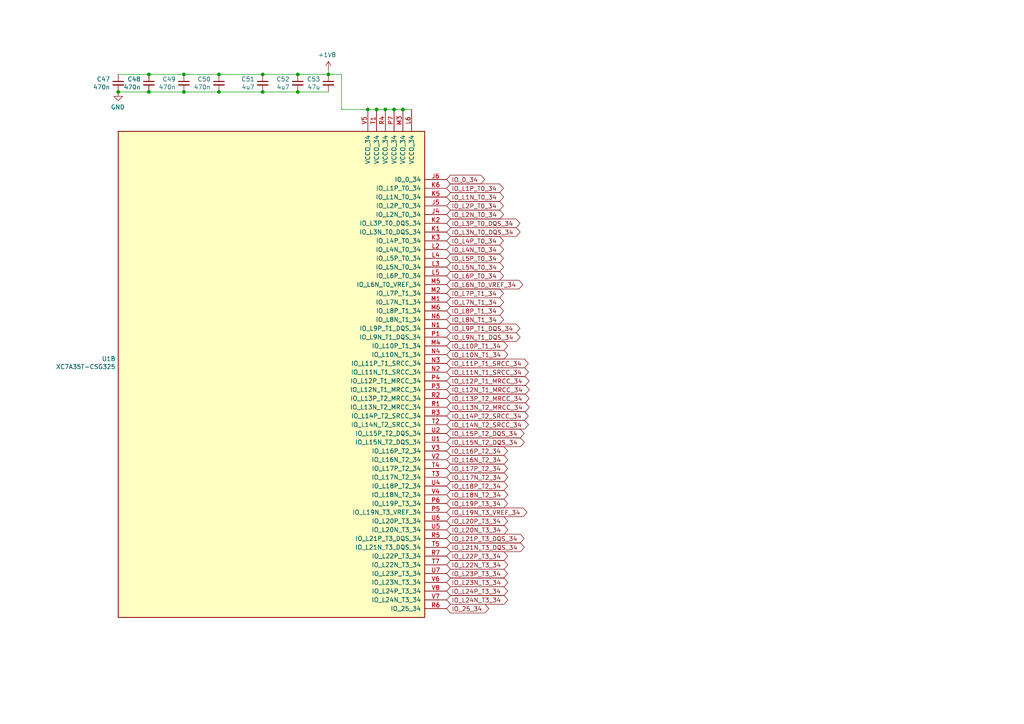
<source format=kicad_sch>
(kicad_sch (version 20211123) (generator eeschema)
  (paper "A4")
  (lib_symbols
    (symbol "Device:C_Small" (pin_numbers hide) (pin_names (offset 0.254) hide)
      (property "Reference" "C" (at 0.254 1.778 0))
      (property "Value" "C_Small" (at 0.254 -2.032 0))
      (symbol "C_Small_0_1"
        (polyline (pts (xy -1.524 -0.508) (xy 1.524 -0.508)) (stroke (width 0.3302)))
        (polyline (pts (xy -1.524 0.508) (xy 1.524 0.508)) (stroke (width 0.3048)))
      )
      (symbol "C_Small_1_1"
        (pin passive line (at 0 2.54 270) (length 2.032) (name "~") (number "1"))
        (pin passive line (at 0 -2.54 90) (length 2.032) (name "~") (number "2"))
      )
    )
    (symbol "fmc:XC7A35T-CSG325" (pin_names (offset 1.016))
      (property "Reference" "U" (at 0 1.27 0))
      (property "Value" "fmc_XC7A35T-CSG325" (at 0 -1.27 0))
      (symbol "XC7A35T-CSG325_1_1"
        (rectangle (start -44.45 67.31) (end 44.45 -73.66) (stroke (width 0.254)) (fill (type background)))
        (pin bidirectional line (at 50.8 27.94 180) (length 6.35) (name "IO_L5N_T0_AD9N_15") (number "A10"))
        (pin bidirectional line (at 50.8 17.78 180) (length 6.35) (name "IO_L7N_T1_AD2N_15") (number "A12"))
        (pin bidirectional line (at 50.8 15.24 180) (length 6.35) (name "IO_L8P_T1_AD10P_15") (number "A13"))
        (pin bidirectional line (at 50.8 12.7 180) (length 6.35) (name "IO_L8N_T1_AD10N_15") (number "A14"))
        (pin bidirectional line (at 50.8 2.54 180) (length 6.35) (name "IO_L10N_T1_AD11N_15") (number "A15"))
        (pin power_in line (at 25.4 73.66 270) (length 6.35) (name "VCCO_15") (number "A16"))
        (pin bidirectional line (at 50.8 -22.86 180) (length 6.35) (name "IO_L15N_T2_DQS_ADV_B_15") (number "A17"))
        (pin bidirectional line (at 50.8 38.1 180) (length 6.35) (name "IO_L3N_T0_DQS_AD1N_15") (number "A9"))
        (pin bidirectional line (at 50.8 30.48 180) (length 6.35) (name "IO_L5P_T0_AD9P_15") (number "B10"))
        (pin bidirectional line (at 50.8 33.02 180) (length 6.35) (name "IO_L4N_T0_15") (number "B11"))
        (pin bidirectional line (at 50.8 20.32 180) (length 6.35) (name "IO_L7P_T1_AD2P_15") (number "B12"))
        (pin power_in line (at 27.94 73.66 270) (length 6.35) (name "VCCO_15") (number "B13"))
        (pin bidirectional line (at 50.8 5.08 180) (length 6.35) (name "IO_L10P_T1_AD11P_15") (number "B14"))
        (pin bidirectional line (at 50.8 7.62 180) (length 6.35) (name "IO_L9N_T1_DQS_AD3N_15") (number "B15"))
        (pin bidirectional line (at 50.8 -20.32 180) (length 6.35) (name "IO_L15P_T2_DQS_15") (number "B16"))
        (pin bidirectional line (at 50.8 -27.94 180) (length 6.35) (name "IO_L16N_T2_A27_15") (number "B17"))
        (pin bidirectional line (at 50.8 40.64 180) (length 6.35) (name "IO_L3P_T0_DQS_AD1P_15") (number "B9"))
        (pin power_in line (at 30.48 73.66 270) (length 6.35) (name "VCCO_15") (number "C10"))
        (pin bidirectional line (at 50.8 35.56 180) (length 6.35) (name "IO_L4P_T0_15") (number "C11"))
        (pin bidirectional line (at 50.8 22.86 180) (length 6.35) (name "IO_L6N_T0_VREF_15") (number "C12"))
        (pin bidirectional line (at 50.8 -2.54 180) (length 6.35) (name "IO_L11N_T1_SRCC_15") (number "C13"))
        (pin bidirectional line (at 50.8 10.16 180) (length 6.35) (name "IO_L9P_T1_DQS_AD3P_15") (number "C14"))
        (pin bidirectional line (at 50.8 -25.4 180) (length 6.35) (name "IO_L16P_T2_A28_15") (number "C16"))
        (pin bidirectional line (at 50.8 -35.56 180) (length 6.35) (name "IO_L18P_T2_A24_15") (number "C17"))
        (pin bidirectional line (at 50.8 -38.1 180) (length 6.35) (name "IO_L18N_T2_A23_15") (number "C18"))
        (pin bidirectional line (at 50.8 48.26 180) (length 6.35) (name "IO_L1N_T0_AD0N_15") (number "C8"))
        (pin bidirectional line (at 50.8 43.18 180) (length 6.35) (name "IO_L2N_T0_AD8N_15") (number "C9"))
        (pin bidirectional line (at 50.8 53.34 180) (length 6.35) (name "IO_0_15") (number "D10"))
        (pin bidirectional line (at 50.8 25.4 180) (length 6.35) (name "IO_L6P_T0_15") (number "D11"))
        (pin bidirectional line (at 50.8 0 180) (length 6.35) (name "IO_L11P_T1_SRCC_15") (number "D13"))
        (pin bidirectional line (at 50.8 -7.62 180) (length 6.35) (name "IO_L12N_T1_MRCC_15") (number "D14"))
        (pin bidirectional line (at 50.8 -12.7 180) (length 6.35) (name "IO_L13N_T2_MRCC_15") (number "D15"))
        (pin bidirectional line (at 50.8 -17.78 180) (length 6.35) (name "IO_L14N_T2_SRCC_15") (number "D16"))
        (pin power_in line (at 33.02 73.66 270) (length 6.35) (name "VCCO_15") (number "D17"))
        (pin bidirectional line (at 50.8 -33.02 180) (length 6.35) (name "IO_L17N_T2_A25_15") (number "D18"))
        (pin bidirectional line (at 50.8 50.8 180) (length 6.35) (name "IO_L1P_T0_AD0P_15") (number "D8"))
        (pin bidirectional line (at 50.8 45.72 180) (length 6.35) (name "IO_L2P_T0_AD8P_15") (number "D9"))
        (pin bidirectional line (at 50.8 -5.08 180) (length 6.35) (name "IO_L12P_T1_MRCC_15") (number "E13"))
        (pin power_in line (at 35.56 73.66 270) (length 6.35) (name "VCCO_15") (number "E14"))
        (pin bidirectional line (at 50.8 -10.16 180) (length 6.35) (name "IO_L13P_T2_MRCC_15") (number "E15"))
        (pin bidirectional line (at 50.8 -15.24 180) (length 6.35) (name "IO_L14P_T2_SRCC_15") (number "E16"))
        (pin bidirectional line (at 50.8 -30.48 180) (length 6.35) (name "IO_L17P_T2_A26_15") (number "E17"))
        (pin bidirectional line (at 50.8 -68.58 180) (length 6.35) (name "IO_L24N_T3_RS0_15") (number "E18"))
        (pin bidirectional line (at 50.8 -58.42 180) (length 6.35) (name "IO_L22N_T3_A16_15") (number "F14"))
        (pin bidirectional line (at 50.8 -53.34 180) (length 6.35) (name "IO_L21N_T3_DQS_A18_15") (number "F15"))
        (pin bidirectional line (at 50.8 -66.04 180) (length 6.35) (name "IO_L24P_T3_RS1_15") (number "F17"))
        (pin bidirectional line (at 50.8 -43.18 180) (length 6.35) (name "IO_L19N_T3_A21_VREF_15") (number "F18"))
        (pin bidirectional line (at 50.8 -55.88 180) (length 6.35) (name "IO_L22P_T3_A17_15") (number "G14"))
        (pin bidirectional line (at 50.8 -50.8 180) (length 6.35) (name "IO_L21P_T3_DQS_15") (number "G15"))
        (pin bidirectional line (at 50.8 -48.26 180) (length 6.35) (name "IO_L20N_T3_A19_15") (number "G16"))
        (pin bidirectional line (at 50.8 -40.64 180) (length 6.35) (name "IO_L19P_T3_A22_15") (number "G17"))
        (pin power_in line (at 38.1 73.66 270) (length 6.35) (name "VCCO_15") (number "G18"))
        (pin bidirectional line (at 50.8 -71.12 180) (length 6.35) (name "IO_25_15") (number "H14"))
        (pin power_in line (at 40.64 73.66 270) (length 6.35) (name "VCCO_15") (number "H15"))
        (pin bidirectional line (at 50.8 -45.72 180) (length 6.35) (name "IO_L20P_T3_A20_15") (number "H16"))
        (pin bidirectional line (at 50.8 -60.96 180) (length 6.35) (name "IO_L23P_T3_FOE_B_15") (number "H17"))
        (pin bidirectional line (at 50.8 -63.5 180) (length 6.35) (name "IO_L23N_T3_FWE_B_15") (number "H18"))
        (pin bidirectional line (at -50.8 30.48 0) (length 6.35) (name "IO_L5P_T0_D06_14") (number "J14"))
        (pin bidirectional line (at -50.8 45.72 0) (length 6.35) (name "IO_L2P_T0_D02_14") (number "J15"))
        (pin bidirectional line (at -50.8 43.18 0) (length 6.35) (name "IO_L2N_T0_D03_14") (number "J16"))
        (pin bidirectional line (at -50.8 40.64 0) (length 6.35) (name "IO_L3P_T0_DQS_PUDC_B_14") (number "J18"))
        (pin bidirectional line (at -50.8 27.94 0) (length 6.35) (name "IO_L5N_T0_D07_14") (number "K15"))
        (pin bidirectional line (at -50.8 50.8 0) (length 6.35) (name "IO_L1P_T0_D00_MOSI_14") (number "K16"))
        (pin bidirectional line (at -50.8 35.56 0) (length 6.35) (name "IO_L4P_T0_D04_14") (number "K17"))
        (pin bidirectional line (at -50.8 38.1 0) (length 6.35) (name "IO_L3N_T0_DQS_EMCCLK_14") (number "K18"))
        (pin bidirectional line (at -50.8 53.34 0) (length 6.35) (name "IO_0_14") (number "L14"))
        (pin bidirectional line (at -50.8 25.4 0) (length 6.35) (name "IO_L6P_T0_FCS_B_14") (number "L15"))
        (pin power_in line (at -40.64 73.66 270) (length 6.35) (name "VCCO_14") (number "L16"))
        (pin bidirectional line (at -50.8 48.26 0) (length 6.35) (name "IO_L1N_T0_D01_DIN_14") (number "L17"))
        (pin bidirectional line (at -50.8 33.02 0) (length 6.35) (name "IO_L4N_T0_D05_14") (number "L18"))
        (pin bidirectional line (at -50.8 15.24 0) (length 6.35) (name "IO_L8P_T1_D11_14") (number "M14"))
        (pin bidirectional line (at -50.8 22.86 0) (length 6.35) (name "IO_L6N_T0_D08_VREF_14") (number "M15"))
        (pin bidirectional line (at -50.8 20.32 0) (length 6.35) (name "IO_L7P_T1_D09_14") (number "M16"))
        (pin bidirectional line (at -50.8 17.78 0) (length 6.35) (name "IO_L7N_T1_D10_14") (number "M17"))
        (pin bidirectional line (at -50.8 12.7 0) (length 6.35) (name "IO_L8N_T1_D12_14") (number "N14"))
        (pin bidirectional line (at -50.8 10.16 0) (length 6.35) (name "IO_L9P_T1_DQS_14") (number "N16"))
        (pin bidirectional line (at -50.8 7.62 0) (length 6.35) (name "IO_L9N_T1_DQS_D13_14") (number "N17"))
        (pin bidirectional line (at -50.8 5.08 0) (length 6.35) (name "IO_L10P_T1_D14_14") (number "N18"))
        (pin bidirectional line (at -50.8 -5.08 0) (length 6.35) (name "IO_L12P_T1_MRCC_14") (number "P14"))
        (pin bidirectional line (at -50.8 0 0) (length 6.35) (name "IO_L11P_T1_SRCC_14") (number "P15"))
        (pin bidirectional line (at -50.8 -2.54 0) (length 6.35) (name "IO_L11N_T1_SRCC_14") (number "P16"))
        (pin power_in line (at -38.1 73.66 270) (length 6.35) (name "VCCO_14") (number "P17"))
        (pin bidirectional line (at -50.8 2.54 0) (length 6.35) (name "IO_L10N_T1_D15_14") (number "P18"))
        (pin bidirectional line (at -50.8 -40.64 0) (length 6.35) (name "IO_L19P_T3_A10_D26_14") (number "R13"))
        (pin power_in line (at -35.56 73.66 270) (length 6.35) (name "VCCO_14") (number "R14"))
        (pin bidirectional line (at -50.8 -7.62 0) (length 6.35) (name "IO_L12N_T1_MRCC_14") (number "R15"))
        (pin bidirectional line (at -50.8 -15.24 0) (length 6.35) (name "IO_L14P_T2_SRCC_14") (number "R16"))
        (pin bidirectional line (at -50.8 -17.78 0) (length 6.35) (name "IO_L14N_T2_SRCC_14") (number "R17"))
        (pin bidirectional line (at -50.8 -20.32 0) (length 6.35) (name "IO_L15P_T2_DQS_RDWR_B_14") (number "R18"))
        (pin power_in line (at -33.02 73.66 270) (length 6.35) (name "VCCO_14") (number "T11"))
        (pin bidirectional line (at -50.8 -55.88 0) (length 6.35) (name "IO_L22P_T3_A05_D21_14") (number "T12"))
        (pin bidirectional line (at -50.8 -43.18 0) (length 6.35) (name "IO_L19N_T3_A09_D25_VREF_14") (number "T13"))
        (pin bidirectional line (at -50.8 -10.16 0) (length 6.35) (name "IO_L13P_T2_MRCC_14") (number "T14"))
        (pin bidirectional line (at -50.8 -12.7 0) (length 6.35) (name "IO_L13N_T2_MRCC_14") (number "T15"))
        (pin bidirectional line (at -50.8 -25.4 0) (length 6.35) (name "IO_L16P_T2_CSI_B_14") (number "T17"))
        (pin bidirectional line (at -50.8 -22.86 0) (length 6.35) (name "IO_L15N_T2_DQS_DOUT_CSO_B_14") (number "T18"))
        (pin bidirectional line (at -50.8 -71.12 0) (length 6.35) (name "IO_25_14") (number "U10"))
        (pin bidirectional line (at -50.8 -60.96 0) (length 6.35) (name "IO_L23P_T3_A03_D19_14") (number "U11"))
        (pin bidirectional line (at -50.8 -58.42 0) (length 6.35) (name "IO_L22N_T3_A04_D20_14") (number "U12"))
        (pin bidirectional line (at -50.8 -45.72 0) (length 6.35) (name "IO_L20P_T3_A08_D24_14") (number "U14"))
        (pin bidirectional line (at -50.8 -30.48 0) (length 6.35) (name "IO_L17P_T2_A14_D30_14") (number "U15"))
        (pin bidirectional line (at -50.8 -33.02 0) (length 6.35) (name "IO_L17N_T2_A13_D29_14") (number "U16"))
        (pin bidirectional line (at -50.8 -27.94 0) (length 6.35) (name "IO_L16N_T2_A15_D31_14") (number "U17"))
        (pin power_in line (at -27.94 73.66 270) (length 6.35) (name "VCCO_14") (number "U18"))
        (pin power_in line (at -30.48 73.66 270) (length 6.35) (name "VCCO_14") (number "U8"))
        (pin bidirectional line (at -50.8 -66.04 0) (length 6.35) (name "IO_L24P_T3_A01_D17_14") (number "U9"))
        (pin bidirectional line (at -50.8 -63.5 0) (length 6.35) (name "IO_L23N_T3_A02_D18_14") (number "V11"))
        (pin bidirectional line (at -50.8 -50.8 0) (length 6.35) (name "IO_L21P_T3_DQS_14") (number "V12"))
        (pin bidirectional line (at -50.8 -53.34 0) (length 6.35) (name "IO_L21N_T3_DQS_A06_D22_14") (number "V13"))
        (pin bidirectional line (at -50.8 -48.26 0) (length 6.35) (name "IO_L20N_T3_A07_D23_14") (number "V14"))
        (pin power_in line (at -25.4 73.66 270) (length 6.35) (name "VCCO_14") (number "V15"))
        (pin bidirectional line (at -50.8 -35.56 0) (length 6.35) (name "IO_L18P_T2_A12_D28_14") (number "V16"))
        (pin bidirectional line (at -50.8 -38.1 0) (length 6.35) (name "IO_L18N_T2_A11_D27_14") (number "V17"))
        (pin bidirectional line (at -50.8 -68.58 0) (length 6.35) (name "IO_L24N_T3_A00_D16_14") (number "V9"))
      )
      (symbol "XC7A35T-CSG325_2_1"
        (rectangle (start -44.45 67.31) (end 44.45 -73.66) (stroke (width 0.254)) (fill (type background)))
        (pin bidirectional line (at -50.8 43.18 0) (length 6.35) (name "IO_L2N_T0_34") (number "J4"))
        (pin bidirectional line (at -50.8 45.72 0) (length 6.35) (name "IO_L2P_T0_34") (number "J5"))
        (pin bidirectional line (at -50.8 53.34 0) (length 6.35) (name "IO_0_34") (number "J6"))
        (pin bidirectional line (at -50.8 38.1 0) (length 6.35) (name "IO_L3N_T0_DQS_34") (number "K1"))
        (pin bidirectional line (at -50.8 40.64 0) (length 6.35) (name "IO_L3P_T0_DQS_34") (number "K2"))
        (pin bidirectional line (at -50.8 35.56 0) (length 6.35) (name "IO_L4P_T0_34") (number "K3"))
        (pin bidirectional line (at -50.8 48.26 0) (length 6.35) (name "IO_L1N_T0_34") (number "K5"))
        (pin bidirectional line (at -50.8 50.8 0) (length 6.35) (name "IO_L1P_T0_34") (number "K6"))
        (pin bidirectional line (at -50.8 33.02 0) (length 6.35) (name "IO_L4N_T0_34") (number "L2"))
        (pin bidirectional line (at -50.8 27.94 0) (length 6.35) (name "IO_L5N_T0_34") (number "L3"))
        (pin bidirectional line (at -50.8 30.48 0) (length 6.35) (name "IO_L5P_T0_34") (number "L4"))
        (pin bidirectional line (at -50.8 25.4 0) (length 6.35) (name "IO_L6P_T0_34") (number "L5"))
        (pin power_in line (at -40.64 73.66 270) (length 6.35) (name "VCCO_34") (number "L6"))
        (pin bidirectional line (at -50.8 17.78 0) (length 6.35) (name "IO_L7N_T1_34") (number "M1"))
        (pin bidirectional line (at -50.8 20.32 0) (length 6.35) (name "IO_L7P_T1_34") (number "M2"))
        (pin power_in line (at -38.1 73.66 270) (length 6.35) (name "VCCO_34") (number "M3"))
        (pin bidirectional line (at -50.8 5.08 0) (length 6.35) (name "IO_L10P_T1_34") (number "M4"))
        (pin bidirectional line (at -50.8 22.86 0) (length 6.35) (name "IO_L6N_T0_VREF_34") (number "M5"))
        (pin bidirectional line (at -50.8 15.24 0) (length 6.35) (name "IO_L8P_T1_34") (number "M6"))
        (pin bidirectional line (at -50.8 10.16 0) (length 6.35) (name "IO_L9P_T1_DQS_34") (number "N1"))
        (pin bidirectional line (at -50.8 -2.54 0) (length 6.35) (name "IO_L11N_T1_SRCC_34") (number "N2"))
        (pin bidirectional line (at -50.8 0 0) (length 6.35) (name "IO_L11P_T1_SRCC_34") (number "N3"))
        (pin bidirectional line (at -50.8 2.54 0) (length 6.35) (name "IO_L10N_T1_34") (number "N4"))
        (pin bidirectional line (at -50.8 12.7 0) (length 6.35) (name "IO_L8N_T1_34") (number "N6"))
        (pin bidirectional line (at -50.8 7.62 0) (length 6.35) (name "IO_L9N_T1_DQS_34") (number "P1"))
        (pin bidirectional line (at -50.8 -7.62 0) (length 6.35) (name "IO_L12N_T1_MRCC_34") (number "P3"))
        (pin bidirectional line (at -50.8 -5.08 0) (length 6.35) (name "IO_L12P_T1_MRCC_34") (number "P4"))
        (pin bidirectional line (at -50.8 -43.18 0) (length 6.35) (name "IO_L19N_T3_VREF_34") (number "P5"))
        (pin bidirectional line (at -50.8 -40.64 0) (length 6.35) (name "IO_L19P_T3_34") (number "P6"))
        (pin power_in line (at -35.56 73.66 270) (length 6.35) (name "VCCO_34") (number "P7"))
        (pin bidirectional line (at -50.8 -12.7 0) (length 6.35) (name "IO_L13N_T2_MRCC_34") (number "R1"))
        (pin bidirectional line (at -50.8 -10.16 0) (length 6.35) (name "IO_L13P_T2_MRCC_34") (number "R2"))
        (pin bidirectional line (at -50.8 -15.24 0) (length 6.35) (name "IO_L14P_T2_SRCC_34") (number "R3"))
        (pin power_in line (at -33.02 73.66 270) (length 6.35) (name "VCCO_34") (number "R4"))
        (pin bidirectional line (at -50.8 -50.8 0) (length 6.35) (name "IO_L21P_T3_DQS_34") (number "R5"))
        (pin bidirectional line (at -50.8 -71.12 0) (length 6.35) (name "IO_25_34") (number "R6"))
        (pin bidirectional line (at -50.8 -55.88 0) (length 6.35) (name "IO_L22P_T3_34") (number "R7"))
        (pin power_in line (at -30.48 73.66 270) (length 6.35) (name "VCCO_34") (number "T1"))
        (pin bidirectional line (at -50.8 -17.78 0) (length 6.35) (name "IO_L14N_T2_SRCC_34") (number "T2"))
        (pin bidirectional line (at -50.8 -33.02 0) (length 6.35) (name "IO_L17N_T2_34") (number "T3"))
        (pin bidirectional line (at -50.8 -30.48 0) (length 6.35) (name "IO_L17P_T2_34") (number "T4"))
        (pin bidirectional line (at -50.8 -53.34 0) (length 6.35) (name "IO_L21N_T3_DQS_34") (number "T5"))
        (pin bidirectional line (at -50.8 -58.42 0) (length 6.35) (name "IO_L22N_T3_34") (number "T7"))
        (pin bidirectional line (at -50.8 -22.86 0) (length 6.35) (name "IO_L15N_T2_DQS_34") (number "U1"))
        (pin bidirectional line (at -50.8 -20.32 0) (length 6.35) (name "IO_L15P_T2_DQS_34") (number "U2"))
        (pin bidirectional line (at -50.8 -35.56 0) (length 6.35) (name "IO_L18P_T2_34") (number "U4"))
        (pin bidirectional line (at -50.8 -48.26 0) (length 6.35) (name "IO_L20N_T3_34") (number "U5"))
        (pin bidirectional line (at -50.8 -45.72 0) (length 6.35) (name "IO_L20P_T3_34") (number "U6"))
        (pin bidirectional line (at -50.8 -60.96 0) (length 6.35) (name "IO_L23P_T3_34") (number "U7"))
        (pin bidirectional line (at -50.8 -27.94 0) (length 6.35) (name "IO_L16N_T2_34") (number "V2"))
        (pin bidirectional line (at -50.8 -25.4 0) (length 6.35) (name "IO_L16P_T2_34") (number "V3"))
        (pin bidirectional line (at -50.8 -38.1 0) (length 6.35) (name "IO_L18N_T2_34") (number "V4"))
        (pin power_in line (at -27.94 73.66 270) (length 6.35) (name "VCCO_34") (number "V5"))
        (pin bidirectional line (at -50.8 -63.5 0) (length 6.35) (name "IO_L23N_T3_34") (number "V6"))
        (pin bidirectional line (at -50.8 -68.58 0) (length 6.35) (name "IO_L24N_T3_34") (number "V7"))
        (pin bidirectional line (at -50.8 -66.04 0) (length 6.35) (name "IO_L24P_T3_34") (number "V8"))
      )
      (symbol "XC7A35T-CSG325_3_1"
        (rectangle (start -31.75 30.48) (end 31.75 -30.48) (stroke (width 0.254)) (fill (type background)))
        (pin input line (at -38.1 -2.54 0) (length 6.35) (name "MGTPRXN1_216") (number "A3"))
        (pin input line (at -38.1 0 0) (length 6.35) (name "MGTPRXP1_216") (number "A4"))
        (pin output line (at -38.1 10.16 0) (length 6.35) (name "MGTPTXN3_216") (number "B1"))
        (pin output line (at -38.1 12.7 0) (length 6.35) (name "MGTPTXP3_216") (number "B2"))
        (pin input line (at -38.1 -25.4 0) (length 6.35) (name "MGTREFCLK1N_216") (number "B5"))
        (pin input line (at -38.1 -22.86 0) (length 6.35) (name "MGTREFCLK1P_216") (number "B6"))
        (pin input line (at -38.1 -7.62 0) (length 6.35) (name "MGTPRXN2_216") (number "C3"))
        (pin input line (at -38.1 -5.08 0) (length 6.35) (name "MGTPRXP2_216") (number "C4"))
        (pin output line (at -38.1 15.24 0) (length 6.35) (name "MGTPTXN2_216") (number "D1"))
        (pin output line (at -38.1 17.78 0) (length 6.35) (name "MGTPTXP2_216") (number "D2"))
        (pin input line (at -38.1 -20.32 0) (length 6.35) (name "MGTREFCLK0N_216") (number "D5"))
        (pin input line (at -38.1 -17.78 0) (length 6.35) (name "MGTREFCLK0P_216") (number "D6"))
        (pin input line (at -38.1 2.54 0) (length 6.35) (name "MGTPRXN0_216") (number "E3"))
        (pin input line (at -38.1 5.08 0) (length 6.35) (name "MGTPRXP0_216") (number "E4"))
        (pin output line (at -38.1 20.32 0) (length 6.35) (name "MGTPTXN1_216") (number "F1"))
        (pin output line (at -38.1 22.86 0) (length 6.35) (name "MGTPTXP1_216") (number "F2"))
        (pin input line (at -38.1 -12.7 0) (length 6.35) (name "MGTPRXN3_216") (number "G3"))
        (pin input line (at -38.1 -10.16 0) (length 6.35) (name "MGTPRXP3_216") (number "G4"))
        (pin output line (at -38.1 25.4 0) (length 6.35) (name "MGTPTXN0_216") (number "H1"))
        (pin output line (at -38.1 27.94 0) (length 6.35) (name "MGTPTXP0_216") (number "H2"))
      )
      (symbol "XC7A35T-CSG325_4_1"
        (rectangle (start -31.75 10.16) (end 31.75 -10.16) (stroke (width 0.254)) (fill (type background)))
        (pin power_in line (at 38.1 7.62 180) (length 6.35) (name "MGTAVTT") (number "A2"))
        (pin power_in line (at 38.1 -7.62 180) (length 6.35) (name "MGTRREF_216") (number "A6"))
        (pin power_in line (at -38.1 7.62 0) (length 6.35) (name "MGTAVCC") (number "B4"))
        (pin power_in line (at 38.1 5.08 180) (length 6.35) (name "MGTAVTT") (number "C1"))
        (pin power_in line (at -38.1 5.08 0) (length 6.35) (name "MGTAVCC") (number "C5"))
        (pin power_in line (at 38.1 2.54 180) (length 6.35) (name "MGTAVTT") (number "E1"))
        (pin power_in line (at -38.1 2.54 0) (length 6.35) (name "MGTAVCC") (number "E5"))
        (pin power_in line (at 38.1 0 180) (length 6.35) (name "MGTAVTT") (number "F3"))
        (pin power_in line (at -38.1 0 0) (length 6.35) (name "MGTAVCC") (number "F5"))
        (pin power_in line (at 38.1 -2.54 180) (length 6.35) (name "MGTAVTT") (number "G2"))
      )
      (symbol "XC7A35T-CSG325_5_1"
        (rectangle (start -31.75 34.29) (end 31.75 -40.64) (stroke (width 0.254)) (fill (type background)))
        (pin power_in line (at 25.4 40.64 270) (length 6.35) (name "VCCO_0") (number "E10"))
        (pin input line (at 38.1 -15.24 180) (length 6.35) (name "CFGBVS_0") (number "E12"))
        (pin output line (at 38.1 7.62 180) (length 6.35) (name "CCLK_0") (number "E8"))
        (pin bidirectional line (at 38.1 -5.08 180) (length 6.35) (name "DONE_0") (number "F12"))
        (pin input line (at 38.1 0 180) (length 6.35) (name "M2_0") (number "F13"))
        (pin bidirectional line (at 38.1 12.7 180) (length 6.35) (name "TCK_0") (number "F8"))
        (pin input line (at 38.1 -20.32 180) (length 6.35) (name "VP_0") (number "K10"))
        (pin input line (at 38.1 -30.48 180) (length 6.35) (name "VREFN_0") (number "K9"))
        (pin input line (at 38.1 -27.94 180) (length 6.35) (name "VREFP_0") (number "L10"))
        (pin input line (at 38.1 -22.86 180) (length 6.35) (name "VN_0") (number "L9"))
        (pin bidirectional line (at 38.1 -35.56 180) (length 6.35) (name "DXP_0") (number "M10"))
        (pin bidirectional line (at 38.1 -38.1 180) (length 6.35) (name "DXN_0") (number "M9"))
        (pin bidirectional line (at 38.1 -10.16 180) (length 6.35) (name "PROGRAM_B_0") (number "P10"))
        (pin power_in line (at 27.94 40.64 270) (length 6.35) (name "VCCO_0") (number "R10"))
        (pin input line (at 38.1 2.54 180) (length 6.35) (name "M1_0") (number "R11"))
        (pin input line (at 38.1 5.08 180) (length 6.35) (name "M0_0") (number "R12"))
        (pin bidirectional line (at 38.1 15.24 180) (length 6.35) (name "TMS_0") (number "R8"))
        (pin bidirectional line (at 38.1 -7.62 180) (length 6.35) (name "INIT_B_0") (number "T10"))
        (pin bidirectional line (at 38.1 17.78 180) (length 6.35) (name "TDO_0") (number "T8"))
        (pin bidirectional line (at 38.1 20.32 180) (length 6.35) (name "TDI_0") (number "T9"))
      )
      (symbol "XC7A35T-CSG325_6_1"
        (rectangle (start -19.05 73.66) (end 19.05 -73.66) (stroke (width 0.254)) (fill (type background)))
        (pin power_in line (at -25.4 22.86 0) (length 6.35) (name "GND") (number "A1"))
        (pin power_in line (at -25.4 12.7 0) (length 6.35) (name "GND") (number "A11"))
        (pin power_in line (at -25.4 10.16 0) (length 6.35) (name "GND") (number "A18"))
        (pin power_in line (at -25.4 20.32 0) (length 6.35) (name "GND") (number "A5"))
        (pin power_in line (at -25.4 17.78 0) (length 6.35) (name "GND") (number "A7"))
        (pin power_in line (at -25.4 15.24 0) (length 6.35) (name "GND") (number "A8"))
        (pin power_in line (at -25.4 0 0) (length 6.35) (name "GND") (number "B18"))
        (pin power_in line (at -25.4 7.62 0) (length 6.35) (name "GND") (number "B3"))
        (pin power_in line (at -25.4 5.08 0) (length 6.35) (name "GND") (number "B7"))
        (pin power_in line (at -25.4 2.54 0) (length 6.35) (name "GND") (number "B8"))
        (pin power_in line (at -25.4 -10.16 0) (length 6.35) (name "GND") (number "C15"))
        (pin power_in line (at -25.4 -2.54 0) (length 6.35) (name "GND") (number "C2"))
        (pin power_in line (at -25.4 -5.08 0) (length 6.35) (name "GND") (number "C6"))
        (pin power_in line (at -25.4 -7.62 0) (length 6.35) (name "GND") (number "C7"))
        (pin power_in line (at -25.4 -20.32 0) (length 6.35) (name "GND") (number "D12"))
        (pin power_in line (at -25.4 -12.7 0) (length 6.35) (name "GND") (number "D3"))
        (pin power_in line (at -25.4 -15.24 0) (length 6.35) (name "GND") (number "D4"))
        (pin power_in line (at -25.4 -17.78 0) (length 6.35) (name "GND") (number "D7"))
        (pin power_in line (at -25.4 50.8 0) (length 6.35) (name "VCCBATT_0") (number "E11"))
        (pin power_in line (at -25.4 -22.86 0) (length 6.35) (name "GND") (number "E2"))
        (pin power_in line (at -25.4 -25.4 0) (length 6.35) (name "GND") (number "E6"))
        (pin power_in line (at -25.4 -27.94 0) (length 6.35) (name "GND") (number "E7"))
        (pin power_in line (at -25.4 -30.48 0) (length 6.35) (name "GND") (number "E9"))
        (pin power_in line (at -25.4 -38.1 0) (length 6.35) (name "GND") (number "F10"))
        (pin power_in line (at -25.4 48.26 0) (length 6.35) (name "VCCBRAM") (number "F11"))
        (pin power_in line (at -25.4 -40.64 0) (length 6.35) (name "GND") (number "F16"))
        (pin power_in line (at -25.4 -33.02 0) (length 6.35) (name "GND") (number "F4"))
        (pin power_in line (at -25.4 -35.56 0) (length 6.35) (name "GND") (number "F6"))
        (pin power_in line (at 25.4 71.12 180) (length 6.35) (name "VCCINT") (number "F7"))
        (pin power_in line (at 25.4 68.58 180) (length 6.35) (name "VCCINT") (number "F9"))
        (pin power_in line (at -25.4 -43.18 0) (length 6.35) (name "GND") (number "G1"))
        (pin power_in line (at -25.4 45.72 0) (length 6.35) (name "VCCBRAM") (number "G10"))
        (pin power_in line (at -25.4 -55.88 0) (length 6.35) (name "GND") (number "G11"))
        (pin power_in line (at -25.4 71.12 0) (length 6.35) (name "VCCAUX") (number "G12"))
        (pin power_in line (at -25.4 -58.42 0) (length 6.35) (name "GND") (number "G13"))
        (pin power_in line (at -25.4 -45.72 0) (length 6.35) (name "GND") (number "G5"))
        (pin power_in line (at -25.4 -48.26 0) (length 6.35) (name "GND") (number "G6"))
        (pin power_in line (at -25.4 -50.8 0) (length 6.35) (name "GND") (number "G7"))
        (pin power_in line (at 25.4 66.04 180) (length 6.35) (name "VCCINT") (number "G8"))
        (pin power_in line (at -25.4 -53.34 0) (length 6.35) (name "GND") (number "G9"))
        (pin power_in line (at 25.4 20.32 180) (length 6.35) (name "GND") (number "H10"))
        (pin power_in line (at -25.4 43.18 0) (length 6.35) (name "VCCBRAM") (number "H11"))
        (pin power_in line (at 25.4 17.78 180) (length 6.35) (name "GND") (number "H12"))
        (pin power_in line (at -25.4 68.58 0) (length 6.35) (name "VCCAUX") (number "H13"))
        (pin power_in line (at -25.4 -60.96 0) (length 6.35) (name "GND") (number "H3"))
        (pin power_in line (at -25.4 -63.5 0) (length 6.35) (name "GND") (number "H4"))
        (pin power_in line (at -25.4 -66.04 0) (length 6.35) (name "GND") (number "H5"))
        (pin power_in line (at -25.4 -68.58 0) (length 6.35) (name "GND") (number "H6"))
        (pin power_in line (at 25.4 63.5 180) (length 6.35) (name "VCCINT") (number "H7"))
        (pin power_in line (at -25.4 -71.12 0) (length 6.35) (name "GND") (number "H8"))
        (pin power_in line (at 25.4 60.96 180) (length 6.35) (name "VCCINT") (number "H9"))
        (pin power_in line (at 25.4 15.24 180) (length 6.35) (name "GND") (number "J1"))
        (pin power_in line (at -25.4 53.34 0) (length 6.35) (name "VCCADC_0") (number "J10"))
        (pin power_in line (at 25.4 5.08 180) (length 6.35) (name "GND") (number "J11"))
        (pin power_in line (at 25.4 55.88 180) (length 6.35) (name "VCCINT") (number "J12"))
        (pin power_in line (at 25.4 2.54 180) (length 6.35) (name "GND") (number "J13"))
        (pin power_in line (at 25.4 0 180) (length 6.35) (name "GND") (number "J17"))
        (pin power_in line (at 25.4 12.7 180) (length 6.35) (name "GND") (number "J2"))
        (pin power_in line (at 25.4 10.16 180) (length 6.35) (name "GND") (number "J3"))
        (pin power_in line (at 25.4 7.62 180) (length 6.35) (name "GND") (number "J7"))
        (pin power_in line (at 25.4 58.42 180) (length 6.35) (name "VCCINT") (number "J8"))
        (pin power_in line (at -25.4 55.88 0) (length 6.35) (name "GNDADC_0") (number "J9"))
        (pin power_in line (at 25.4 50.8 180) (length 6.35) (name "VCCINT") (number "K11"))
        (pin power_in line (at 25.4 -7.62 180) (length 6.35) (name "GND") (number "K12"))
        (pin power_in line (at -25.4 66.04 0) (length 6.35) (name "VCCAUX") (number "K13"))
        (pin power_in line (at 25.4 -10.16 180) (length 6.35) (name "GND") (number "K14"))
        (pin power_in line (at 25.4 -2.54 180) (length 6.35) (name "GND") (number "K4"))
        (pin power_in line (at 25.4 53.34 180) (length 6.35) (name "VCCINT") (number "K7"))
        (pin power_in line (at 25.4 -5.08 180) (length 6.35) (name "GND") (number "K8"))
        (pin power_in line (at 25.4 -12.7 180) (length 6.35) (name "GND") (number "L1"))
        (pin power_in line (at 25.4 -17.78 180) (length 6.35) (name "GND") (number "L11"))
        (pin power_in line (at 25.4 45.72 180) (length 6.35) (name "VCCINT") (number "L12"))
        (pin power_in line (at 25.4 -20.32 180) (length 6.35) (name "GND") (number "L13"))
        (pin power_in line (at 25.4 -15.24 180) (length 6.35) (name "GND") (number "L7"))
        (pin power_in line (at 25.4 48.26 180) (length 6.35) (name "VCCINT") (number "L8"))
        (pin power_in line (at 25.4 40.64 180) (length 6.35) (name "VCCINT") (number "M11"))
        (pin power_in line (at 25.4 -25.4 180) (length 6.35) (name "GND") (number "M12"))
        (pin power_in line (at -25.4 63.5 0) (length 6.35) (name "VCCAUX") (number "M13"))
        (pin power_in line (at 25.4 -27.94 180) (length 6.35) (name "GND") (number "M18"))
        (pin power_in line (at 25.4 43.18 180) (length 6.35) (name "VCCINT") (number "M7"))
        (pin power_in line (at 25.4 -22.86 180) (length 6.35) (name "GND") (number "M8"))
        (pin power_in line (at 25.4 35.56 180) (length 6.35) (name "VCCINT") (number "N10"))
        (pin power_in line (at 25.4 -38.1 180) (length 6.35) (name "GND") (number "N11"))
        (pin power_in line (at 25.4 33.02 180) (length 6.35) (name "VCCINT") (number "N12"))
        (pin power_in line (at 25.4 -40.64 180) (length 6.35) (name "GND") (number "N13"))
        (pin power_in line (at 25.4 -43.18 180) (length 6.35) (name "GND") (number "N15"))
        (pin power_in line (at 25.4 -30.48 180) (length 6.35) (name "GND") (number "N5"))
        (pin power_in line (at 25.4 -33.02 180) (length 6.35) (name "GND") (number "N7"))
        (pin power_in line (at 25.4 38.1 180) (length 6.35) (name "VCCINT") (number "N8"))
        (pin power_in line (at 25.4 -35.56 180) (length 6.35) (name "GND") (number "N9"))
        (pin power_in line (at 25.4 27.94 180) (length 6.35) (name "VCCINT") (number "P11"))
        (pin power_in line (at 25.4 -50.8 180) (length 6.35) (name "GND") (number "P12"))
        (pin power_in line (at -25.4 60.96 0) (length 6.35) (name "VCCAUX") (number "P13"))
        (pin power_in line (at 25.4 -45.72 180) (length 6.35) (name "GND") (number "P2"))
        (pin power_in line (at 25.4 -48.26 180) (length 6.35) (name "GND") (number "P8"))
        (pin power_in line (at 25.4 30.48 180) (length 6.35) (name "VCCINT") (number "P9"))
        (pin power_in line (at 25.4 -53.34 180) (length 6.35) (name "GND") (number "R9"))
        (pin power_in line (at 25.4 -58.42 180) (length 6.35) (name "GND") (number "T16"))
        (pin power_in line (at 25.4 -55.88 180) (length 6.35) (name "GND") (number "T6"))
        (pin power_in line (at 25.4 -63.5 180) (length 6.35) (name "GND") (number "U13"))
        (pin power_in line (at 25.4 -60.96 180) (length 6.35) (name "GND") (number "U3"))
        (pin power_in line (at 25.4 -66.04 180) (length 6.35) (name "GND") (number "V1"))
        (pin power_in line (at 25.4 -68.58 180) (length 6.35) (name "GND") (number "V10"))
        (pin power_in line (at 25.4 -71.12 180) (length 6.35) (name "GND") (number "V18"))
      )
    )
    (symbol "power:+1V8" (power) (pin_names (offset 0))
      (property "Value" "+1V8" (at 0 3.556 0))
      (symbol "+1V8_0_1"
        (polyline (pts (xy -0.762 1.27) (xy 0 2.54)))
        (polyline (pts (xy 0 0) (xy 0 2.54)))
        (polyline (pts (xy 0 2.54) (xy 0.762 1.27)))
      )
      (symbol "+1V8_1_1"
        (pin power_in line (at 0 0 90) (length 0) hide (name "+1V8") (number "1"))
      )
    )
    (symbol "power:GND" (power) (pin_names (offset 0))
      (property "Value" "GND" (at 0 -3.81 0))
      (symbol "GND_0_1"
        (polyline (pts (xy 0 0) (xy 0 -1.27) (xy 1.27 -1.27) (xy 0 -2.54) (xy -1.27 -1.27) (xy 0 -1.27)))
      )
      (symbol "GND_1_1"
        (pin power_in line (at 0 0 270) (length 0) hide (name "GND") (number "1"))
      )
    )
  )
  (junction (at 86.36 21.59))
  (junction (at 95.25 21.59))
  (junction (at 114.3 31.75))
  (junction (at 109.22 31.75))
  (junction (at 63.5 21.59))
  (junction (at 43.18 21.59))
  (junction (at 111.76 31.75))
  (junction (at 106.68 31.75))
  (junction (at 53.34 21.59))
  (junction (at 53.34 26.67))
  (junction (at 43.18 26.67))
  (junction (at 116.84 31.75))
  (junction (at 76.2 26.67))
  (junction (at 76.2 21.59))
  (junction (at 34.29 26.67))
  (junction (at 86.36 26.67))
  (junction (at 63.5 26.67))
  (wire (pts (xy 76.2 21.59) (xy 63.5 21.59)))
  (wire (pts (xy 43.18 26.67) (xy 34.29 26.67)))
  (wire (pts (xy 114.3 31.75) (xy 111.76 31.75)))
  (wire (pts (xy 99.06 21.59) (xy 99.06 31.75)))
  (wire (pts (xy 63.5 21.59) (xy 53.34 21.59)))
  (wire (pts (xy 95.25 20.32) (xy 95.25 21.59)))
  (wire (pts (xy 109.22 31.75) (xy 106.68 31.75)))
  (wire (pts (xy 99.06 21.59) (xy 95.25 21.59)))
  (wire (pts (xy 111.76 31.75) (xy 109.22 31.75)))
  (wire (pts (xy 116.84 31.75) (xy 114.3 31.75)))
  (wire (pts (xy 76.2 21.59) (xy 86.36 21.59)))
  (wire (pts (xy 106.68 31.75) (xy 99.06 31.75)))
  (wire (pts (xy 86.36 21.59) (xy 95.25 21.59)))
  (wire (pts (xy 53.34 21.59) (xy 43.18 21.59)))
  (wire (pts (xy 53.34 26.67) (xy 43.18 26.67)))
  (wire (pts (xy 76.2 26.67) (xy 86.36 26.67)))
  (wire (pts (xy 63.5 26.67) (xy 53.34 26.67)))
  (wire (pts (xy 119.38 31.75) (xy 116.84 31.75)))
  (wire (pts (xy 43.18 21.59) (xy 34.29 21.59)))
  (wire (pts (xy 76.2 26.67) (xy 63.5 26.67)))
  (wire (pts (xy 86.36 26.67) (xy 95.25 26.67)))
  (global_label "IO_L18P_T2_34" (shape bidirectional) (at 129.54 140.97 0) (property "Intersheet References" "${INTERSHEET_REFS}" (effects hide)))
  (global_label "IO_L15P_T2_DQS_34" (shape bidirectional) (at 129.54 125.73 0) (property "Intersheet References" "${INTERSHEET_REFS}" (effects hide)))
  (global_label "IO_L6N_T0_VREF_34" (shape bidirectional) (at 129.54 82.55 0) (property "Intersheet References" "${INTERSHEET_REFS}" (effects hide)))
  (global_label "IO_L18N_T2_34" (shape bidirectional) (at 129.54 143.51 0) (property "Intersheet References" "${INTERSHEET_REFS}" (effects hide)))
  (global_label "IO_L16P_T2_34" (shape bidirectional) (at 129.54 130.81 0) (property "Intersheet References" "${INTERSHEET_REFS}" (effects hide)))
  (global_label "IO_L12N_T1_MRCC_34" (shape bidirectional) (at 129.54 113.03 0) (property "Intersheet References" "${INTERSHEET_REFS}" (effects hide)))
  (global_label "IO_L9N_T1_DQS_34" (shape bidirectional) (at 129.54 97.79 0) (property "Intersheet References" "${INTERSHEET_REFS}" (effects hide)))
  (global_label "IO_L2N_T0_34" (shape bidirectional) (at 129.54 62.23 0) (property "Intersheet References" "${INTERSHEET_REFS}" (effects hide)))
  (global_label "IO_L1P_T0_34" (shape bidirectional) (at 129.54 54.61 0) (property "Intersheet References" "${INTERSHEET_REFS}" (effects hide)))
  (global_label "IO_L20N_T3_34" (shape bidirectional) (at 129.54 153.67 0) (property "Intersheet References" "${INTERSHEET_REFS}" (effects hide)))
  (global_label "IO_L23P_T3_34" (shape bidirectional) (at 129.54 166.37 0) (property "Intersheet References" "${INTERSHEET_REFS}" (effects hide)))
  (global_label "IO_L13N_T2_MRCC_34" (shape bidirectional) (at 129.54 118.11 0) (property "Intersheet References" "${INTERSHEET_REFS}" (effects hide)))
  (global_label "IO_L23N_T3_34" (shape bidirectional) (at 129.54 168.91 0) (property "Intersheet References" "${INTERSHEET_REFS}" (effects hide)))
  (global_label "IO_L21N_T3_DQS_34" (shape bidirectional) (at 129.54 158.75 0) (property "Intersheet References" "${INTERSHEET_REFS}" (effects hide)))
  (global_label "IO_L7P_T1_34" (shape bidirectional) (at 129.54 85.09 0) (property "Intersheet References" "${INTERSHEET_REFS}" (effects hide)))
  (global_label "IO_L21P_T3_DQS_34" (shape bidirectional) (at 129.54 156.21 0) (property "Intersheet References" "${INTERSHEET_REFS}" (effects hide)))
  (global_label "IO_L8N_T1_34" (shape bidirectional) (at 129.54 92.71 0) (property "Intersheet References" "${INTERSHEET_REFS}" (effects hide)))
  (global_label "IO_L9P_T1_DQS_34" (shape bidirectional) (at 129.54 95.25 0) (property "Intersheet References" "${INTERSHEET_REFS}" (effects hide)))
  (global_label "IO_25_34" (shape bidirectional) (at 129.54 176.53 0) (property "Intersheet References" "${INTERSHEET_REFS}" (effects hide)))
  (global_label "IO_L11P_T1_SRCC_34" (shape bidirectional) (at 129.54 105.41 0) (property "Intersheet References" "${INTERSHEET_REFS}" (effects hide)))
  (global_label "IO_L11N_T1_SRCC_34" (shape bidirectional) (at 129.54 107.95 0) (property "Intersheet References" "${INTERSHEET_REFS}" (effects hide)))
  (global_label "IO_L13P_T2_MRCC_34" (shape bidirectional) (at 129.54 115.57 0) (property "Intersheet References" "${INTERSHEET_REFS}" (effects hide)))
  (global_label "IO_L5N_T0_34" (shape bidirectional) (at 129.54 77.47 0) (property "Intersheet References" "${INTERSHEET_REFS}" (effects hide)))
  (global_label "IO_L3P_T0_DQS_34" (shape bidirectional) (at 129.54 64.77 0) (property "Intersheet References" "${INTERSHEET_REFS}" (effects hide)))
  (global_label "IO_L22P_T3_34" (shape bidirectional) (at 129.54 161.29 0) (property "Intersheet References" "${INTERSHEET_REFS}" (effects hide)))
  (global_label "IO_L19P_T3_34" (shape bidirectional) (at 129.54 146.05 0) (property "Intersheet References" "${INTERSHEET_REFS}" (effects hide)))
  (global_label "IO_L7N_T1_34" (shape bidirectional) (at 129.54 87.63 0) (property "Intersheet References" "${INTERSHEET_REFS}" (effects hide)))
  (global_label "IO_L19N_T3_VREF_34" (shape bidirectional) (at 129.54 148.59 0) (property "Intersheet References" "${INTERSHEET_REFS}" (effects hide)))
  (global_label "IO_L15N_T2_DQS_34" (shape bidirectional) (at 129.54 128.27 0) (property "Intersheet References" "${INTERSHEET_REFS}" (effects hide)))
  (global_label "IO_L17N_T2_34" (shape bidirectional) (at 129.54 138.43 0) (property "Intersheet References" "${INTERSHEET_REFS}" (effects hide)))
  (global_label "IO_L4P_T0_34" (shape bidirectional) (at 129.54 69.85 0) (property "Intersheet References" "${INTERSHEET_REFS}" (effects hide)))
  (global_label "IO_L24P_T3_34" (shape bidirectional) (at 129.54 171.45 0) (property "Intersheet References" "${INTERSHEET_REFS}" (effects hide)))
  (global_label "IO_L5P_T0_34" (shape bidirectional) (at 129.54 74.93 0) (property "Intersheet References" "${INTERSHEET_REFS}" (effects hide)))
  (global_label "IO_L1N_T0_34" (shape bidirectional) (at 129.54 57.15 0) (property "Intersheet References" "${INTERSHEET_REFS}" (effects hide)))
  (global_label "IO_L24N_T3_34" (shape bidirectional) (at 129.54 173.99 0) (property "Intersheet References" "${INTERSHEET_REFS}" (effects hide)))
  (global_label "IO_L14P_T2_SRCC_34" (shape bidirectional) (at 129.54 120.65 0) (property "Intersheet References" "${INTERSHEET_REFS}" (effects hide)))
  (global_label "IO_L4N_T0_34" (shape bidirectional) (at 129.54 72.39 0) (property "Intersheet References" "${INTERSHEET_REFS}" (effects hide)))
  (global_label "IO_L3N_T0_DQS_34" (shape bidirectional) (at 129.54 67.31 0) (property "Intersheet References" "${INTERSHEET_REFS}" (effects hide)))
  (global_label "IO_L22N_T3_34" (shape bidirectional) (at 129.54 163.83 0) (property "Intersheet References" "${INTERSHEET_REFS}" (effects hide)))
  (global_label "IO_L10N_T1_34" (shape bidirectional) (at 129.54 102.87 0) (property "Intersheet References" "${INTERSHEET_REFS}" (effects hide)))
  (global_label "IO_L2P_T0_34" (shape bidirectional) (at 129.54 59.69 0) (property "Intersheet References" "${INTERSHEET_REFS}" (effects hide)))
  (global_label "IO_L14N_T2_SRCC_34" (shape bidirectional) (at 129.54 123.19 0) (property "Intersheet References" "${INTERSHEET_REFS}" (effects hide)))
  (global_label "IO_L17P_T2_34" (shape bidirectional) (at 129.54 135.89 0) (property "Intersheet References" "${INTERSHEET_REFS}" (effects hide)))
  (global_label "IO_L12P_T1_MRCC_34" (shape bidirectional) (at 129.54 110.49 0) (property "Intersheet References" "${INTERSHEET_REFS}" (effects hide)))
  (global_label "IO_L16N_T2_34" (shape bidirectional) (at 129.54 133.35 0) (property "Intersheet References" "${INTERSHEET_REFS}" (effects hide)))
  (global_label "IO_L8P_T1_34" (shape bidirectional) (at 129.54 90.17 0) (property "Intersheet References" "${INTERSHEET_REFS}" (effects hide)))
  (global_label "IO_0_34" (shape bidirectional) (at 129.54 52.07 0) (property "Intersheet References" "${INTERSHEET_REFS}" (effects hide)))
  (global_label "IO_L6P_T0_34" (shape bidirectional) (at 129.54 80.01 0) (property "Intersheet References" "${INTERSHEET_REFS}" (effects hide)))
  (global_label "IO_L10P_T1_34" (shape bidirectional) (at 129.54 100.33 0) (property "Intersheet References" "${INTERSHEET_REFS}" (effects hide)))
  (global_label "IO_L20P_T3_34" (shape bidirectional) (at 129.54 151.13 0) (property "Intersheet References" "${INTERSHEET_REFS}" (effects hide)))
  (symbol (lib_id "fmc:XC7A35T-CSG325") (at 78.74 105.41 0) (mirror y) (unit 2)
    (property "Reference" "U1" (at 33.528 104.0638 0) (effects (justify left)))
    (property "Value" "XC7A35T-CSG325" (at 33.528 106.3752 0) (effects (justify left)))
    (property "Footprint" "Package_BGA:Xilinx_CSG325" (effects hide))
  )
  (symbol (lib_id "Device:C_Small") (at 95.25 24.13 0) (mirror y) (unit 1)
    (property "Reference" "C53" (at 92.9132 22.9616 0) (effects (justify left)))
    (property "Value" "47u" (at 92.9132 25.273 0) (effects (justify left)))
    (property "Footprint" "Capacitor_SMD:C_1210_3225Metric" (effects hide))
  )
  (symbol (lib_id "power:+1V8") (at 95.25 20.32 0) (mirror y) (unit 1)
    (property "Reference" "#PWR?" (effects hide))
    (property "Value" "+1V8" (at 94.869 15.9258 0))
  )
  (symbol (lib_id "power:GND") (at 34.29 26.67 0) (mirror y) (unit 1)
    (property "Reference" "#PWR?" (effects hide))
    (property "Value" "GND" (at 34.163 31.0642 0))
  )
  (symbol (lib_id "Device:C_Small") (at 86.36 24.13 0) (mirror y) (unit 1)
    (property "Reference" "C52" (at 84.0232 22.9616 0) (effects (justify left)))
    (property "Value" "4u7" (at 84.0232 25.273 0) (effects (justify left)))
    (property "Footprint" "Capacitor_SMD:C_0805_2012Metric" (effects hide))
  )
  (symbol (lib_id "Device:C_Small") (at 76.2 24.13 0) (mirror y) (unit 1)
    (property "Reference" "C51" (at 73.8632 22.9616 0) (effects (justify left)))
    (property "Value" "4u7" (at 73.8632 25.273 0) (effects (justify left)))
    (property "Footprint" "Capacitor_SMD:C_0805_2012Metric" (effects hide))
  )
  (symbol (lib_id "Device:C_Small") (at 43.18 24.13 0) (mirror y) (unit 1)
    (property "Reference" "C48" (at 40.8432 22.9616 0) (effects (justify left)))
    (property "Value" "470n" (at 40.8432 25.273 0) (effects (justify left)))
    (property "Footprint" "Capacitor_SMD:C_0402_1005Metric" (effects hide))
  )
  (symbol (lib_id "Device:C_Small") (at 53.34 24.13 0) (mirror y) (unit 1)
    (property "Reference" "C49" (at 51.0032 22.9616 0) (effects (justify left)))
    (property "Value" "470n" (at 51.0032 25.273 0) (effects (justify left)))
    (property "Footprint" "Capacitor_SMD:C_0402_1005Metric" (effects hide))
  )
  (symbol (lib_id "Device:C_Small") (at 63.5 24.13 0) (mirror y) (unit 1)
    (property "Reference" "C50" (at 61.1632 22.9616 0) (effects (justify left)))
    (property "Value" "470n" (at 61.1632 25.273 0) (effects (justify left)))
    (property "Footprint" "Capacitor_SMD:C_0402_1005Metric" (effects hide))
  )
  (symbol (lib_id "Device:C_Small") (at 34.29 24.13 0) (mirror y) (unit 1)
    (property "Reference" "C47" (at 31.9532 22.9616 0) (effects (justify left)))
    (property "Value" "470n" (at 31.9532 25.273 0) (effects (justify left)))
    (property "Footprint" "Capacitor_SMD:C_0402_1005Metric" (effects hide))
  )
)
</source>
